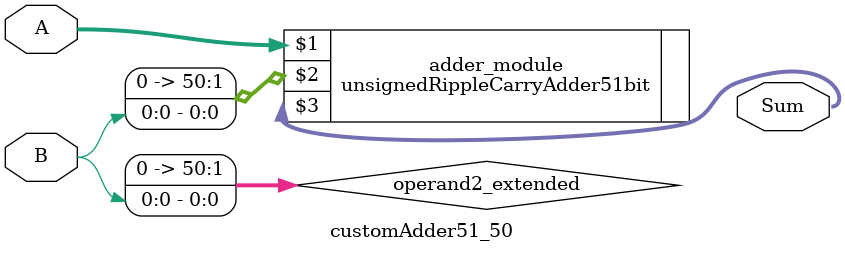
<source format=v>
module customAdder51_50(
                        input [50 : 0] A,
                        input [0 : 0] B,
                        
                        output [51 : 0] Sum
                );

        wire [50 : 0] operand2_extended;
        
        assign operand2_extended =  {50'b0, B};
        
        unsignedRippleCarryAdder51bit adder_module(
            A,
            operand2_extended,
            Sum
        );
        
        endmodule
        
</source>
